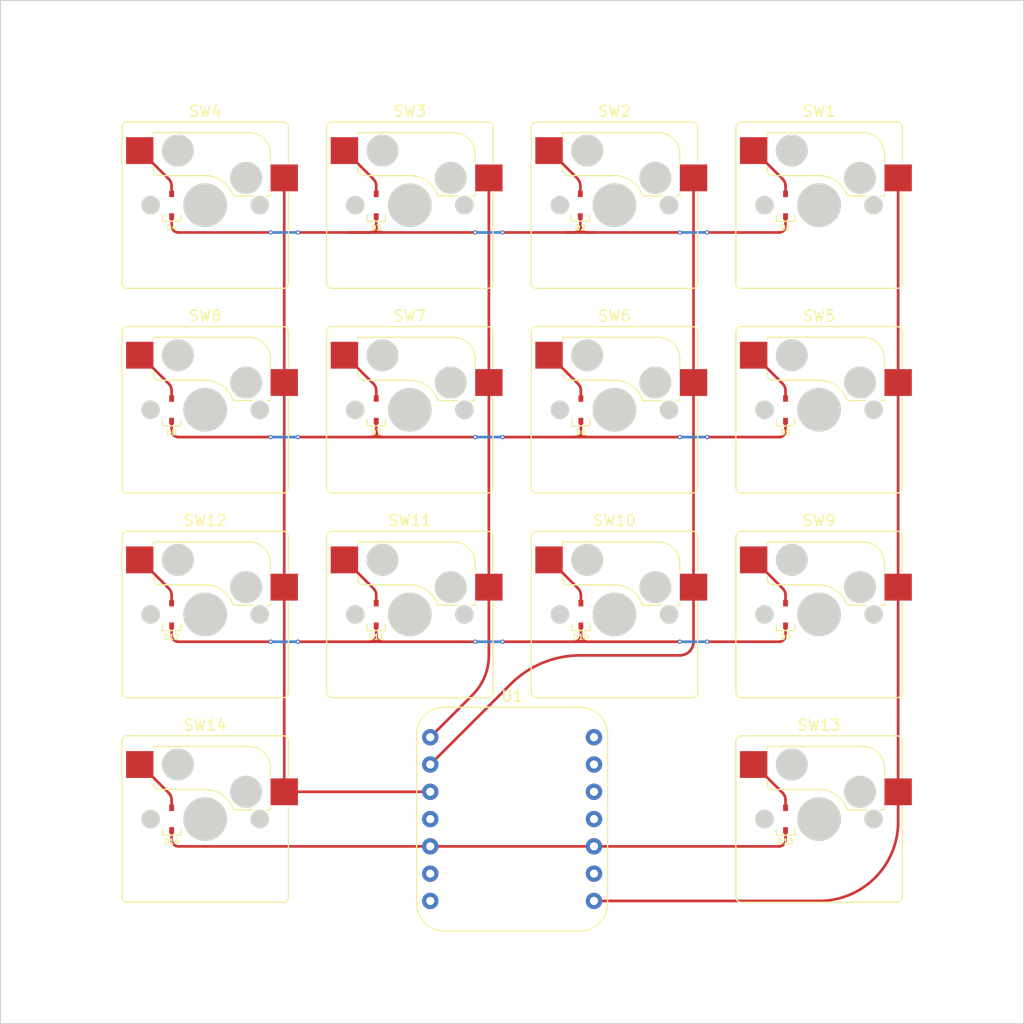
<source format=kicad_pcb>
(kicad_pcb (version 20211014) (generator pcbnew)
  (layers (0 "F.Cu" signal) (31 "B.Cu" signal) (34 "B.Paste" user) (35 "F.Paste" user) (36 "B.SilkS" user "B.Silkscreen") (37 "F.SilkS" user "F.Silkscreen") (38 "B.Mask" user) (39 "F.Mask" user) (44 "Edge.Cuts" user))
  (net 0 "")
  (net 1 "row0")
  (net 2 "row1")
  (net 3 "row2")
  (net 4 "row3")
  (net 5 "col0")
  (net 6 "col1")
  (net 7 "col2")
  (net 8 "col3")
  (net 9 "Net-(D1-Pad2)")
  (net 10 "Net-(D2-Pad2)")
  (net 11 "Net-(D3-Pad2)")
  (net 12 "Net-(D4-Pad2)")
  (net 13 "Net-(D5-Pad2)")
  (net 14 "Net-(D6-Pad2)")
  (net 15 "Net-(D7-Pad2)")
  (net 16 "Net-(D8-Pad2)")
  (net 17 "Net-(D9-Pad2)")
  (net 18 "Net-(D10-Pad2)")
  (net 19 "Net-(D11-Pad2)")
  (net 20 "Net-(D12-Pad2)")
  (net 21 "Net-(D13-Pad2)")
  (net 22 "Net-(D14-Pad2)")
  (footprint "Octave_Library:Adafruit_QT_Py_RP2040" (layer "F.Cu") (at 85.725 114.3)
    (fp_text reference "U1" (at 0 -11.43 unlocked) (layer "F.SilkS"))
    (fp_text value "Adafruit_QT_Py_RP2040")
    (pad "1" thru_hole circle (at -7.62 -7.62) (size 1.524 1.524) (drill 0.762) (layers *.Cu *.Mask) (net 7 "col2"))
    (pad "2" thru_hole circle (at -7.62 -5.08) (size 1.524 1.524) (drill 0.762) (layers *.Cu *.Mask) (net 6 "col1"))
    (pad "3" thru_hole circle (at -7.62 -2.54) (size 1.524 1.524) (drill 0.762) (layers *.Cu *.Mask) (net 8 "col3"))
    (pad "4" thru_hole circle (at -7.62 0) (size 1.524 1.524) (drill 0.762) (layers *.Cu *.Mask))
    (pad "5" thru_hole circle (at -7.62 2.54) (size 1.524 1.524) (drill 0.762) (layers *.Cu *.Mask))
    (pad "6" thru_hole circle (at -7.62 5.08) (size 1.524 1.524) (drill 0.762) (layers *.Cu *.Mask))
    (pad "7" thru_hole circle (at -7.62 7.62) (size 1.524 1.524) (drill 0.762) (layers *.Cu *.Mask))
    (pad "8" thru_hole circle (at 7.62 7.62) (size 1.524 1.524) (drill 0.762) (layers *.Cu *.Mask) (net 5 "col0"))
    (pad "9" thru_hole circle (at 7.62 5.08) (size 1.524 1.524) (drill 0.762) (layers *.Cu *.Mask) (net 3 "row2"))
    (pad "10" thru_hole circle (at 7.62 2.54) (size 1.524 1.524) (drill 0.762) (layers *.Cu *.Mask) (net 2 "row1"))
    (pad "11" thru_hole circle (at 7.62 0) (size 1.524 1.524) (drill 0.762) (layers *.Cu *.Mask) (net 1 "row0"))
    (pad "12" thru_hole circle (at 7.62 -2.54) (size 1.524 1.524) (drill 0.762) (layers *.Cu *.Mask))
    (pad "13" thru_hole circle (at 7.62 -5.08) (size 1.524 1.524) (drill 0.762) (layers *.Cu *.Mask))
    (pad "14" thru_hole circle (at 7.62 -7.62) (size 1.524 1.524) (drill 0.762) (layers *.Cu *.Mask))
  )
  (footprint "Octave_Library:Hot_Swap_Socket_CPG151101S11" (layer "F.Cu") (at 57.15 114.3)
    (fp_text reference "SW14" (at 0 -8.747 unlocked) (layer "F.SilkS"))
    (fp_text value "SW_Hot_Swap_Socket")
    (fp_circle (center 3.81 -2.54) (end 5.31 -2.54) (layer "Edge.Cuts") (width 0) (fill solid))
    (fp_circle (center 5.08 0) (end 5.9563 0) (layer "Edge.Cuts") (width 0) (fill solid))
    (fp_circle (center 0 0) (end 2.0447 0) (layer "Edge.Cuts") (width 0) (fill solid))
    (fp_circle (center -5.08 0) (end -4.2037 0) (layer "Edge.Cuts") (width 0) (fill solid))
    (fp_circle (center -2.54 -5.08) (end -1.04 -5.08) (layer "Edge.Cuts") (width 0) (fill solid))
    (pad "1" smd rect (at -6.09 -5.08) (size 2.55 2.5) (layers "F.Cu" "F.Paste" "F.Mask") (net 22 "Net-(D14-Pad2)"))
    (pad "2" smd rect (at 7.36 -2.54) (size 2.55 2.5) (layers "F.Cu" "F.Paste" "F.Mask") (net 8 "col3"))
  )
  (footprint "Octave_Library:Hot_Swap_Socket_CPG151101S11" (layer "F.Cu") (at 95.25 57.15)
    (fp_text reference "SW2" (at 0 -8.747 unlocked) (layer "F.SilkS"))
    (fp_text value "SW_Hot_Swap_Socket")
    (fp_circle (center 0 0) (end 2.0447 0) (layer "Edge.Cuts") (width 0) (fill solid))
    (fp_circle (center 3.81 -2.54) (end 5.31 -2.54) (layer "Edge.Cuts") (width 0) (fill solid))
    (fp_circle (center -2.54 -5.08) (end -1.04 -5.08) (layer "Edge.Cuts") (width 0) (fill solid))
    (fp_circle (center -5.08 0) (end -4.2037 0) (layer "Edge.Cuts") (width 0) (fill solid))
    (fp_circle (center 5.08 0) (end 5.9563 0) (layer "Edge.Cuts") (width 0) (fill solid))
    (pad "1" smd rect (at -6.09 -5.08) (size 2.55 2.5) (layers "F.Cu" "F.Paste" "F.Mask") (net 10 "Net-(D2-Pad2)"))
    (pad "2" smd rect (at 7.36 -2.54) (size 2.55 2.5) (layers "F.Cu" "F.Paste" "F.Mask") (net 6 "col1"))
  )
  (footprint "Octave_Library:D_SOD-323" (layer "F.Cu") (at 73.0758 57.15 90)
    (fp_text reference "D3" (at -2.1 0) (layer "F.SilkS") (effects (font (size 0.5 0.5) (thickness 0.1))))
    (fp_text value "1N4148WS")
    (pad "1" smd rect (at -1.05 0 90) (size 0.6 0.45) (layers "F.Cu" "F.Paste" "F.Mask") (net 1 "row0"))
    (pad "2" smd rect (at 1.05 0 90) (size 0.6 0.45) (layers "F.Cu" "F.Paste" "F.Mask") (net 11 "Net-(D3-Pad2)"))
  )
  (footprint "Octave_Library:D_SOD-323" (layer "F.Cu") (at 54.0258 114.3 90)
    (fp_text reference "D14" (at -2.1 0) (layer "F.SilkS") (effects (font (size 0.5 0.5) (thickness 0.1))))
    (fp_text value "1N4148WS")
    (pad "1" smd rect (at -1.05 0 90) (size 0.6 0.45) (layers "F.Cu" "F.Paste" "F.Mask") (net 4 "row3"))
    (pad "2" smd rect (at 1.05 0 90) (size 0.6 0.45) (layers "F.Cu" "F.Paste" "F.Mask") (net 22 "Net-(D14-Pad2)"))
  )
  (footprint "Octave_Library:Hot_Swap_Socket_CPG151101S11" (layer "F.Cu") (at 95.25 95.25)
    (fp_text reference "SW10" (at 0 -8.747 unlocked) (layer "F.SilkS"))
    (fp_text value "SW_Hot_Swap_Socket")
    (fp_circle (center 5.08 0) (end 5.9563 0) (layer "Edge.Cuts") (width 0) (fill solid))
    (fp_circle (center 3.81 -2.54) (end 5.31 -2.54) (layer "Edge.Cuts") (width 0) (fill solid))
    (fp_circle (center 0 0) (end 2.0447 0) (layer "Edge.Cuts") (width 0) (fill solid))
    (fp_circle (center -2.54 -5.08) (end -1.04 -5.08) (layer "Edge.Cuts") (width 0) (fill solid))
    (fp_circle (center -5.08 0) (end -4.2037 0) (layer "Edge.Cuts") (width 0) (fill solid))
    (pad "1" smd rect (at -6.09 -5.08) (size 2.55 2.5) (layers "F.Cu" "F.Paste" "F.Mask") (net 18 "Net-(D10-Pad2)"))
    (pad "2" smd rect (at 7.36 -2.54) (size 2.55 2.5) (layers "F.Cu" "F.Paste" "F.Mask") (net 6 "col1"))
  )
  (footprint "Octave_Library:D_SOD-323" (layer "F.Cu") (at 111.1758 114.3 90)
    (fp_text reference "D13" (at -2.1 0) (layer "F.SilkS") (effects (font (size 0.5 0.5) (thickness 0.1))))
    (fp_text value "1N4148WS")
    (pad "1" smd rect (at -1.05 0 90) (size 0.6 0.45) (layers "F.Cu" "F.Paste" "F.Mask") (net 4 "row3"))
    (pad "2" smd rect (at 1.05 0 90) (size 0.6 0.45) (layers "F.Cu" "F.Paste" "F.Mask") (net 21 "Net-(D13-Pad2)"))
  )
  (footprint "Octave_Library:Hot_Swap_Socket_CPG151101S11" (layer "F.Cu") (at 57.15 76.2)
    (fp_text reference "SW8" (at 0 -8.747 unlocked) (layer "F.SilkS"))
    (fp_text value "SW_Hot_Swap_Socket")
    (fp_circle (center -2.54 -5.08) (end -1.04 -5.08) (layer "Edge.Cuts") (width 0) (fill solid))
    (fp_circle (center 3.81 -2.54) (end 5.31 -2.54) (layer "Edge.Cuts") (width 0) (fill solid))
    (fp_circle (center 0 0) (end 2.0447 0) (layer "Edge.Cuts") (width 0) (fill solid))
    (fp_circle (center -5.08 0) (end -4.2037 0) (layer "Edge.Cuts") (width 0) (fill solid))
    (fp_circle (center 5.08 0) (end 5.9563 0) (layer "Edge.Cuts") (width 0) (fill solid))
    (pad "1" smd rect (at -6.09 -5.08) (size 2.55 2.5) (layers "F.Cu" "F.Paste" "F.Mask") (net 16 "Net-(D8-Pad2)"))
    (pad "2" smd rect (at 7.36 -2.54) (size 2.55 2.5) (layers "F.Cu" "F.Paste" "F.Mask") (net 8 "col3"))
  )
  (footprint "Octave_Library:D_SOD-323" (layer "F.Cu") (at 54.0258 57.15 90)
    (fp_text reference "D4" (at -2.1 0) (layer "F.SilkS") (effects (font (size 0.5 0.5) (thickness 0.1))))
    (fp_text value "1N4148WS")
    (pad "1" smd rect (at -1.05 0 90) (size 0.6 0.45) (layers "F.Cu" "F.Paste" "F.Mask") (net 1 "row0"))
    (pad "2" smd rect (at 1.05 0 90) (size 0.6 0.45) (layers "F.Cu" "F.Paste" "F.Mask") (net 12 "Net-(D4-Pad2)"))
  )
  (footprint "Octave_Library:Hot_Swap_Socket_CPG151101S11" (layer "F.Cu") (at 57.15 57.15)
    (fp_text reference "SW4" (at 0 -8.747 unlocked) (layer "F.SilkS"))
    (fp_text value "SW_Hot_Swap_Socket")
    (fp_circle (center 0 0) (end 2.0447 0) (layer "Edge.Cuts") (width 0) (fill solid))
    (fp_circle (center 5.08 0) (end 5.9563 0) (layer "Edge.Cuts") (width 0) (fill solid))
    (fp_circle (center -5.08 0) (end -4.2037 0) (layer "Edge.Cuts") (width 0) (fill solid))
    (fp_circle (center -2.54 -5.08) (end -1.04 -5.08) (layer "Edge.Cuts") (width 0) (fill solid))
    (fp_circle (center 3.81 -2.54) (end 5.31 -2.54) (layer "Edge.Cuts") (width 0) (fill solid))
    (pad "1" smd rect (at -6.09 -5.08) (size 2.55 2.5) (layers "F.Cu" "F.Paste" "F.Mask") (net 12 "Net-(D4-Pad2)"))
    (pad "2" smd rect (at 7.36 -2.54) (size 2.55 2.5) (layers "F.Cu" "F.Paste" "F.Mask") (net 8 "col3"))
  )
  (footprint "Octave_Library:Hot_Swap_Socket_CPG151101S11" (layer "F.Cu") (at 114.3 114.3)
    (fp_text reference "SW13" (at 0 -8.747 unlocked) (layer "F.SilkS"))
    (fp_text value "SW_Hot_Swap_Socket")
    (fp_circle (center 3.81 -2.54) (end 5.31 -2.54) (layer "Edge.Cuts") (width 0) (fill solid))
    (fp_circle (center -2.54 -5.08) (end -1.04 -5.08) (layer "Edge.Cuts") (width 0) (fill solid))
    (fp_circle (center 0 0) (end 2.0447 0) (layer "Edge.Cuts") (width 0) (fill solid))
    (fp_circle (center 5.08 0) (end 5.9563 0) (layer "Edge.Cuts") (width 0) (fill solid))
    (fp_circle (center -5.08 0) (end -4.2037 0) (layer "Edge.Cuts") (width 0) (fill solid))
    (pad "1" smd rect (at -6.09 -5.08) (size 2.55 2.5) (layers "F.Cu" "F.Paste" "F.Mask") (net 21 "Net-(D13-Pad2)"))
    (pad "2" smd rect (at 7.36 -2.54) (size 2.55 2.5) (layers "F.Cu" "F.Paste" "F.Mask") (net 5 "col0"))
  )
  (footprint "Octave_Library:Hot_Swap_Socket_CPG151101S11" (layer "F.Cu") (at 76.2 95.25)
    (fp_text reference "SW11" (at 0 -8.747 unlocked) (layer "F.SilkS"))
    (fp_text value "SW_Hot_Swap_Socket")
    (fp_circle (center 3.81 -2.54) (end 5.31 -2.54) (layer "Edge.Cuts") (width 0) (fill solid))
    (fp_circle (center -2.54 -5.08) (end -1.04 -5.08) (layer "Edge.Cuts") (width 0) (fill solid))
    (fp_circle (center -5.08 0) (end -4.2037 0) (layer "Edge.Cuts") (width 0) (fill solid))
    (fp_circle (center 5.08 0) (end 5.9563 0) (layer "Edge.Cuts") (width 0) (fill solid))
    (fp_circle (center 0 0) (end 2.0447 0) (layer "Edge.Cuts") (width 0) (fill solid))
    (pad "1" smd rect (at -6.09 -5.08) (size 2.55 2.5) (layers "F.Cu" "F.Paste" "F.Mask") (net 19 "Net-(D11-Pad2)"))
    (pad "2" smd rect (at 7.36 -2.54) (size 2.55 2.5) (layers "F.Cu" "F.Paste" "F.Mask") (net 7 "col2"))
  )
  (footprint "Octave_Library:D_SOD-323" (layer "F.Cu") (at 111.1758 57.15 90)
    (fp_text reference "D1" (at -2.1 0) (layer "F.SilkS") (effects (font (size 0.5 0.5) (thickness 0.1))))
    (fp_text value "1N4148WS")
    (pad "1" smd rect (at -1.05 0 90) (size 0.6 0.45) (layers "F.Cu" "F.Paste" "F.Mask") (net 1 "row0"))
    (pad "2" smd rect (at 1.05 0 90) (size 0.6 0.45) (layers "F.Cu" "F.Paste" "F.Mask") (net 9 "Net-(D1-Pad2)"))
  )
  (footprint "Octave_Library:D_SOD-323" (layer "F.Cu") (at 73.0758 76.2 90)
    (fp_text reference "D7" (at -2.1 0) (layer "F.SilkS") (effects (font (size 0.5 0.5) (thickness 0.1))))
    (fp_text value "1N4148WS")
    (pad "1" smd rect (at -1.05 0 90) (size 0.6 0.45) (layers "F.Cu" "F.Paste" "F.Mask") (net 2 "row1"))
    (pad "2" smd rect (at 1.05 0 90) (size 0.6 0.45) (layers "F.Cu" "F.Paste" "F.Mask") (net 15 "Net-(D7-Pad2)"))
  )
  (footprint "Octave_Library:Hot_Swap_Socket_CPG151101S11" (layer "F.Cu") (at 114.3 57.15)
    (fp_text reference "SW1" (at 0 -8.747 unlocked) (layer "F.SilkS"))
    (fp_text value "SW_Hot_Swap_Socket")
    (fp_circle (center -5.08 0) (end -4.2037 0) (layer "Edge.Cuts") (width 0) (fill solid))
    (fp_circle (center -2.54 -5.08) (end -1.04 -5.08) (layer "Edge.Cuts") (width 0) (fill solid))
    (fp_circle (center 5.08 0) (end 5.9563 0) (layer "Edge.Cuts") (width 0) (fill solid))
    (fp_circle (center 0 0) (end 2.0447 0) (layer "Edge.Cuts") (width 0) (fill solid))
    (fp_circle (center 3.81 -2.54) (end 5.31 -2.54) (layer "Edge.Cuts") (width 0) (fill solid))
    (pad "1" smd rect (at -6.09 -5.08) (size 2.55 2.5) (layers "F.Cu" "F.Paste" "F.Mask") (net 9 "Net-(D1-Pad2)"))
    (pad "2" smd rect (at 7.36 -2.54) (size 2.55 2.5) (layers "F.Cu" "F.Paste" "F.Mask") (net 5 "col0"))
  )
  (footprint "Octave_Library:Hot_Swap_Socket_CPG151101S11" (layer "F.Cu") (at 76.2 57.15)
    (fp_text reference "SW3" (at 0 -8.747 unlocked) (layer "F.SilkS"))
    (fp_text value "SW_Hot_Swap_Socket")
    (fp_circle (center 3.81 -2.54) (end 5.31 -2.54) (layer "Edge.Cuts") (width 0) (fill solid))
    (fp_circle (center 0 0) (end 2.0447 0) (layer "Edge.Cuts") (width 0) (fill solid))
    (fp_circle (center -5.08 0) (end -4.2037 0) (layer "Edge.Cuts") (width 0) (fill solid))
    (fp_circle (center 5.08 0) (end 5.9563 0) (layer "Edge.Cuts") (width 0) (fill solid))
    (fp_circle (center -2.54 -5.08) (end -1.04 -5.08) (layer "Edge.Cuts") (width 0) (fill solid))
    (pad "1" smd rect (at -6.09 -5.08) (size 2.55 2.5) (layers "F.Cu" "F.Paste" "F.Mask") (net 11 "Net-(D3-Pad2)"))
    (pad "2" smd rect (at 7.36 -2.54) (size 2.55 2.5) (layers "F.Cu" "F.Paste" "F.Mask") (net 7 "col2"))
  )
  (footprint "Octave_Library:Hot_Swap_Socket_CPG151101S11" (layer "F.Cu") (at 114.3 76.2)
    (fp_text reference "SW5" (at 0 -8.747 unlocked) (layer "F.SilkS"))
    (fp_text value "SW_Hot_Swap_Socket")
    (fp_circle (center -5.08 0) (end -4.2037 0) (layer "Edge.Cuts") (width 0) (fill solid))
    (fp_circle (center 5.08 0) (end 5.9563 0) (layer "Edge.Cuts") (width 0) (fill solid))
    (fp_circle (center 3.81 -2.54) (end 5.31 -2.54) (layer "Edge.Cuts") (width 0) (fill solid))
    (fp_circle (center 0 0) (end 2.0447 0) (layer "Edge.Cuts") (width 0) (fill solid))
    (fp_circle (center -2.54 -5.08) (end -1.04 -5.08) (layer "Edge.Cuts") (width 0) (fill solid))
    (pad "1" smd rect (at -6.09 -5.08) (size 2.55 2.5) (layers "F.Cu" "F.Paste" "F.Mask") (net 13 "Net-(D5-Pad2)"))
    (pad "2" smd rect (at 7.36 -2.54) (size 2.55 2.5) (layers "F.Cu" "F.Paste" "F.Mask") (net 5 "col0"))
  )
  (footprint "Octave_Library:Hot_Swap_Socket_CPG151101S11" (layer "F.Cu") (at 95.25 76.2)
    (fp_text reference "SW6" (at 0 -8.747 unlocked) (layer "F.SilkS"))
    (fp_text value "SW_Hot_Swap_Socket")
    (fp_circle (center -5.08 0) (end -4.2037 0) (layer "Edge.Cuts") (width 0) (fill solid))
    (fp_circle (center 0 0) (end 2.0447 0) (layer "Edge.Cuts") (width 0) (fill solid))
    (fp_circle (center -2.54 -5.08) (end -1.04 -5.08) (layer "Edge.Cuts") (width 0) (fill solid))
    (fp_circle (center 5.08 0) (end 5.9563 0) (layer "Edge.Cuts") (width 0) (fill solid))
    (fp_circle (center 3.81 -2.54) (end 5.31 -2.54) (layer "Edge.Cuts") (width 0) (fill solid))
    (pad "1" smd rect (at -6.09 -5.08) (size 2.55 2.5) (layers "F.Cu" "F.Paste" "F.Mask") (net 14 "Net-(D6-Pad2)"))
    (pad "2" smd rect (at 7.36 -2.54) (size 2.55 2.5) (layers "F.Cu" "F.Paste" "F.Mask") (net 6 "col1"))
  )
  (footprint "Octave_Library:D_SOD-323" (layer "F.Cu") (at 111.1758 76.2 90)
    (fp_text reference "D5" (at -2.1 0) (layer "F.SilkS") (effects (font (size 0.5 0.5) (thickness 0.1))))
    (fp_text value "1N4148WS")
    (pad "1" smd rect (at -1.05 0 90) (size 0.6 0.45) (layers "F.Cu" "F.Paste" "F.Mask") (net 2 "row1"))
    (pad "2" smd rect (at 1.05 0 90) (size 0.6 0.45) (layers "F.Cu" "F.Paste" "F.Mask") (net 13 "Net-(D5-Pad2)"))
  )
  (footprint "Octave_Library:D_SOD-323" (layer "F.Cu") (at 54.0258 76.2 90)
    (fp_text reference "D8" (at -2.1 0) (layer "F.SilkS") (effects (font (size 0.5 0.5) (thickness 0.1))))
    (fp_text value "1N4148WS")
    (pad "1" smd rect (at -1.05 0 90) (size 0.6 0.45) (layers "F.Cu" "F.Paste" "F.Mask") (net 2 "row1"))
    (pad "2" smd rect (at 1.05 0 90) (size 0.6 0.45) (layers "F.Cu" "F.Paste" "F.Mask") (net 16 "Net-(D8-Pad2)"))
  )
  (footprint "Octave_Library:D_SOD-323" (layer "F.Cu") (at 92.1258 76.2 90)
    (fp_text reference "D6" (at -2.1 0) (layer "F.SilkS") (effects (font (size 0.5 0.5) (thickness 0.1))))
    (fp_text value "1N4148WS")
    (pad "1" smd rect (at -1.05 0 90) (size 0.6 0.45) (layers "F.Cu" "F.Paste" "F.Mask") (net 2 "row1"))
    (pad "2" smd rect (at 1.05 0 90) (size 0.6 0.45) (layers "F.Cu" "F.Paste" "F.Mask") (net 14 "Net-(D6-Pad2)"))
  )
  (footprint "Octave_Library:D_SOD-323" (layer "F.Cu") (at 73.0758 95.25 90)
    (fp_text reference "D11" (at -2.1 0) (layer "F.SilkS") (effects (font (size 0.5 0.5) (thickness 0.1))))
    (fp_text value "1N4148WS")
    (pad "1" smd rect (at -1.05 0 90) (size 0.6 0.45) (layers "F.Cu" "F.Paste" "F.Mask") (net 3 "row2"))
    (pad "2" smd rect (at 1.05 0 90) (size 0.6 0.45) (layers "F.Cu" "F.Paste" "F.Mask") (net 19 "Net-(D11-Pad2)"))
  )
  (footprint "Octave_Library:D_SOD-323" (layer "F.Cu") (at 54.0258 95.25 90)
    (fp_text reference "D12" (at -2.1 0) (layer "F.SilkS") (effects (font (size 0.5 0.5) (thickness 0.1))))
    (fp_text value "1N4148WS")
    (pad "1" smd rect (at -1.05 0 90) (size 0.6 0.45) (layers "F.Cu" "F.Paste" "F.Mask") (net 3 "row2"))
    (pad "2" smd rect (at 1.05 0 90) (size 0.6 0.45) (layers "F.Cu" "F.Paste" "F.Mask") (net 20 "Net-(D12-Pad2)"))
  )
  (footprint "Octave_Library:Hot_Swap_Socket_CPG151101S11" (layer "F.Cu") (at 76.2 76.2)
    (fp_text reference "SW7" (at 0 -8.747 unlocked) (layer "F.SilkS"))
    (fp_text value "SW_Hot_Swap_Socket")
    (fp_circle (center -2.54 -5.08) (end -1.04 -5.08) (layer "Edge.Cuts") (width 0) (fill solid))
    (fp_circle (center 0 0) (end 2.0447 0) (layer "Edge.Cuts") (width 0) (fill solid))
    (fp_circle (center 3.81 -2.54) (end 5.31 -2.54) (layer "Edge.Cuts") (width 0) (fill solid))
    (fp_circle (center -5.08 0) (end -4.2037 0) (layer "Edge.Cuts") (width 0) (fill solid))
    (fp_circle (center 5.08 0) (end 5.9563 0) (layer "Edge.Cuts") (width 0) (fill solid))
    (pad "1" smd rect (at -6.09 -5.08) (size 2.55 2.5) (layers "F.Cu" "F.Paste" "F.Mask") (net 15 "Net-(D7-Pad2)"))
    (pad "2" smd rect (at 7.36 -2.54) (size 2.55 2.5) (layers "F.Cu" "F.Paste" "F.Mask") (net 7 "col2"))
  )
  (footprint "Octave_Library:Hot_Swap_Socket_CPG151101S11" (layer "F.Cu") (at 114.3 95.25)
    (fp_text reference "SW9" (at 0 -8.747 unlocked) (layer "F.SilkS"))
    (fp_text value "SW_Hot_Swap_Socket")
    (fp_circle (center 5.08 0) (end 5.9563 0) (layer "Edge.Cuts") (width 0) (fill solid))
    (fp_circle (center -2.54 -5.08) (end -1.04 -5.08) (layer "Edge.Cuts") (width 0) (fill solid))
    (fp_circle (center 0 0) (end 2.0447 0) (layer "Edge.Cuts") (width 0) (fill solid))
    (fp_circle (center -5.08 0) (end -4.2037 0) (layer "Edge.Cuts") (width 0) (fill solid))
    (fp_circle (center 3.81 -2.54) (end 5.31 -2.54) (layer "Edge.Cuts") (width 0) (fill solid))
    (pad "1" smd rect (at -6.09 -5.08) (size 2.55 2.5) (layers "F.Cu" "F.Paste" "F.Mask") (net 17 "Net-(D9-Pad2)"))
    (pad "2" smd rect (at 7.36 -2.54) (size 2.55 2.5) (layers "F.Cu" "F.Paste" "F.Mask") (net 5 "col0"))
  )
  (footprint "Octave_Library:Hot_Swap_Socket_CPG151101S11" (layer "F.Cu") (at 57.15 95.25)
    (fp_text reference "SW12" (at 0 -8.747 unlocked) (layer "F.SilkS"))
    (fp_text value "SW_Hot_Swap_Socket")
    (fp_circle (center -2.54 -5.08) (end -1.04 -5.08) (layer "Edge.Cuts") (width 0) (fill solid))
    (fp_circle (center 5.08 0) (end 5.9563 0) (layer "Edge.Cuts") (width 0) (fill solid))
    (fp_circle (center -5.08 0) (end -4.2037 0) (layer "Edge.Cuts") (width 0) (fill solid))
    (fp_circle (center 3.81 -2.54) (end 5.31 -2.54) (layer "Edge.Cuts") (width 0) (fill solid))
    (fp_circle (center 0 0) (end 2.0447 0) (layer "Edge.Cuts") (width 0) (fill solid))
    (pad "1" smd rect (at -6.09 -5.08) (size 2.55 2.5) (layers "F.Cu" "F.Paste" "F.Mask") (net 20 "Net-(D12-Pad2)"))
    (pad "2" smd rect (at 7.36 -2.54) (size 2.55 2.5) (layers "F.Cu" "F.Paste" "F.Mask") (net 8 "col3"))
  )
  (footprint "Octave_Library:D_SOD-323" (layer "F.Cu") (at 92.075 57.15 90)
    (fp_text reference "D2" (at -2.1 0) (layer "F.SilkS") (effects (font (size 0.5 0.5) (thickness 0.1))))
    (fp_text value "1N4148WS")
    (pad "1" smd rect (at -1.05 0 90) (size 0.6 0.45) (layers "F.Cu" "F.Paste" "F.Mask") (net 1 "row0"))
    (pad "2" smd rect (at 1.05 0 90) (size 0.6 0.45) (layers "F.Cu" "F.Paste" "F.Mask") (net 10 "Net-(D2-Pad2)"))
  )
  (footprint "Octave_Library:D_SOD-323" (layer "F.Cu") (at 111.1758 95.25 90)
    (fp_text reference "D9" (at -2.1 0) (layer "F.SilkS") (effects (font (size 0.5 0.5) (thickness 0.1))))
    (fp_text value "1N4148WS")
    (pad "1" smd rect (at -1.05 0 90) (size 0.6 0.45) (layers "F.Cu" "F.Paste" "F.Mask") (net 3 "row2"))
    (pad "2" smd rect (at 1.05 0 90) (size 0.6 0.45) (layers "F.Cu" "F.Paste" "F.Mask") (net 17 "Net-(D9-Pad2)"))
  )
  (footprint "Octave_Library:D_SOD-323" (layer "F.Cu") (at 92.1258 95.25 90)
    (fp_text reference "D10" (at -2.1 0) (layer "F.SilkS") (effects (font (size 0.5 0.5) (thickness 0.1))))
    (fp_text value "1N4148WS")
    (pad "1" smd rect (at -1.05 0 90) (size 0.6 0.45) (layers "F.Cu" "F.Paste" "F.Mask") (net 3 "row2"))
    (pad "2" smd rect (at 1.05 0 90) (size 0.6 0.45) (layers "F.Cu" "F.Paste" "F.Mask") (net 18 "Net-(D10-Pad2)"))
  )
  (gr_rect (start 38.1 133.35) (end 133.35 38.1) (layer "Edge.Cuts") (width 0.1) (fill none))
  (segment (start 73.0758 59.1058) (end 73.0758 59.6392) (width 0.25) (layer "F.Cu") (net 1))
  (segment (start 73.025 59.69) (end 73.66 59.69) (width 0.25) (layer "F.Cu") (net 1))
  (segment (start 65.78 59.69) (end 70.485 59.69) (width 0.25) (layer "F.Cu") (net 1))
  (segment (start 92.71 59.69) (end 93.345 59.69) (width 0.25) (layer "F.Cu") (net 1))
  (segment (start 84.83 59.69) (end 90.805 59.69) (width 0.25) (layer "F.Cu") (net 1))
  (segment (start 91.44 59.69) (end 90.805 59.69) (width 0.25) (layer "F.Cu") (net 1))
  (segment (start 72.4408 59.69) (end 70.485 59.69) (width 0.25) (layer "F.Cu") (net 1))
  (segment (start 92.075 58.2) (end 92.075 59.055) (width 0.25) (layer "F.Cu") (net 1))
  (segment (start 111.1758 58.2) (end 111.1758 59.1058) (width 0.25) (layer "F.Cu") (net 1))
  (segment (start 54.0258 58.2) (end 54.0258 59.055) (width 0.25) (layer "F.Cu") (net 1))
  (segment (start 90.805 59.69) (end 92.075 59.69) (width 0.25) (layer "F.Cu") (net 1))
  (segment (start 72.39 59.69) (end 73.025 59.69) (width 0.25) (layer "F.Cu") (net 1))
  (segment (start 54.6608 59.69) (end 63.24 59.69) (width 0.25) (layer "F.Cu") (net 1))
  (segment (start 101.34 59.69) (end 93.345 59.69) (width 0.25) (layer "F.Cu") (net 1))
  (segment (start 92.075 59.055) (end 92.075 59.69) (width 0.25) (layer "F.Cu") (net 1))
  (segment (start 110.49 59.69) (end 103.88 59.69) (width 0.25) (layer "F.Cu") (net 1))
  (segment (start 73.0758 58.2) (end 73.0758 59.1058) (width 0.25) (layer "F.Cu") (net 1))
  (segment (start 73.0758 59.6392) (end 73.025 59.69) (width 0.25) (layer "F.Cu") (net 1))
  (segment (start 82.29 59.69) (end 73.66 59.69) (width 0.25) (layer "F.Cu") (net 1))
  (segment (start 92.075 59.69) (end 93.345 59.69) (width 0.25) (layer "F.Cu") (net 1))
  (segment (start 70.485 59.69) (end 72.39 59.69) (width 0.25) (layer "F.Cu") (net 1))
  (segment (start 72.4916 59.69) (end 72.39 59.69) (width 0.25) (layer "F.Cu") (net 1))
  (segment (start 110.5916 59.69) (end 110.49 59.69) (width 0.25) (layer "F.Cu") (net 1))
  (via (at 65.78 59.69) (size 0.4) (drill 0.2) (layers "F.Cu" "B.Cu") (net 1))
  (via (at 82.29 59.69) (size 0.4) (drill 0.2) (layers "F.Cu" "B.Cu") (net 1))
  (via (at 103.88 59.69) (size 0.4) (drill 0.2) (layers "F.Cu" "B.Cu") (net 1))
  (via (at 84.83 59.69) (size 0.4) (drill 0.2) (layers "F.Cu" "B.Cu") (net 1))
  (via (at 63.24 59.69) (size 0.4) (drill 0.2) (layers "F.Cu" "B.Cu") (net 1))
  (via (at 101.34 59.69) (size 0.4) (drill 0.2) (layers "F.Cu" "B.Cu") (net 1))
  (arc (start 92.075 59.055) (mid 91.889013 59.504013) (end 91.44 59.69) (width 0.25) (layer "F.Cu") (net 1))
  (arc (start 54.0258 59.055) (mid 54.211787 59.504013) (end 54.6608 59.69) (width 0.25) (layer "F.Cu") (net 1))
  (arc (start 92.075 59.055) (mid 92.260987 59.504013) (end 92.71 59.69) (width 0.25) (layer "F.Cu") (net 1))
  (arc (start 73.0758 59.1058) (mid 73.246908 59.518892) (end 73.66 59.69) (width 0.25) (layer "F.Cu") (net 1))
  (arc (start 111.1758 59.1058) (mid 111.004692 59.518892) (end 110.5916 59.69) (width 0.25) (layer "F.Cu") (net 1))
  (arc (start 73.0758 59.1058) (mid 72.904692 59.518892) (end 72.4916 59.69) (width 0.25) (layer "F.Cu") (net 1))
  (segment (start 84.83 59.69) (end 82.29 59.69) (width 0.25) (layer "B.Cu") (net 1))
  (segment (start 65.78 59.69) (end 63.24 59.69) (width 0.25) (layer "B.Cu") (net 1))
  (segment (start 103.88 59.69) (end 101.34 59.69) (width 0.25) (layer "B.Cu") (net 1))
  (segment (start 54.0258 77.25) (end 54.0258 78.105) (width 0.25) (layer "F.Cu") (net 2))
  (segment (start 92.1258 77.25) (end 92.1258 78.1558) (width 0.25) (layer "F.Cu") (net 2))
  (segment (start 72.4916 78.74) (end 72.39 78.74) (width 0.25) (layer "F.Cu") (net 2))
  (segment (start 91.5416 78.74) (end 91.44 78.74) (width 0.25) (layer "F.Cu") (net 2))
  (segment (start 54.6608 78.74) (end 63.24 78.74) (width 0.25) (layer "F.Cu") (net 2))
  (segment (start 82.29 78.74) (end 73.66 78.74) (width 0.25) (layer "F.Cu") (net 2))
  (segment (start 73.0758 78.1558) (end 73.0758 78.6892) (width 0.25) (layer "F.Cu") (net 2))
  (segment (start 110.5916 78.74) (end 110.49 78.74) (width 0.25) (layer "F.Cu") (net 2))
  (segment (start 73.0758 77.25) (end 73.0758 78.1558) (width 0.25) (layer "F.Cu") (net 2))
  (segment (start 84.83 78.74) (end 91.44 78.74) (width 0.25) (layer "F.Cu") (net 2))
  (segment (start 73.025 78.74) (end 73.66 78.74) (width 0.25) (layer "F.Cu") (net 2))
  (segment (start 91.44 78.74) (end 92.71 78.74) (width 0.25) (layer "F.Cu") (net 2))
  (segment (start 72.39 78.74) (end 73.025 78.74) (width 0.25) (layer "F.Cu") (net 2))
  (segment (start 101.34 78.74) (end 92.71 78.74) (width 0.25) (layer "F.Cu") (net 2))
  (segment (start 65.78 78.74) (end 72.39 78.74) (width 0.25) (layer "F.Cu") (net 2))
  (segment (start 92.1258 78.1558) (end 92.1258 78.6892) (width 0.25) (layer "F.Cu") (net 2))
  (segment (start 103.88 78.74) (end 110.49 78.74) (width 0.25) (layer "F.Cu") (net 2))
  (segment (start 111.1758 77.25) (end 111.1758 78.1558) (width 0.25) (layer "F.Cu") (net 2))
  (via (at 63.24 78.74) (size 0.4) (drill 0.2) (layers "F.Cu" "B.Cu") (net 2))
  (via (at 82.29 78.74) (size 0.4) (drill 0.2) (layers "F.Cu" "B.Cu") (net 2))
  (via (at 65.78 78.74) (size 0.4) (drill 0.2) (layers "F.Cu" "B.Cu") (net 2))
  (via (at 103.88 78.74) (size 0.4) (drill 0.2) (layers "F.Cu" "B.Cu") (net 2))
  (via (at 84.83 78.74) (size 0.4) (drill 0.2) (layers "F.Cu" "B.Cu") (net 2))
  (via (at 101.34 78.74) (size 0.4) (drill 0.2) (layers "F.Cu" "B.Cu") (net 2))
  (arc (start 92.1258 78.1558) (mid 92.296908 78.568892) (end 92.71 78.74) (width 0.25) (layer "F.Cu") (net 2))
  (arc (start 54.0258 78.105) (mid 54.211787 78.554013) (end 54.6608 78.74) (width 0.25) (layer "F.Cu") (net 2))
  (arc (start 73.0758 78.1558) (mid 72.904692 78.568892) (end 72.4916 78.74) (width 0.25) (layer "F.Cu") (net 2))
  (arc (start 111.1758 78.1558) (mid 111.004692 78.568892) (end 110.5916 78.74) (width 0.25) (layer "F.Cu") (net 2))
  (arc (start 92.1258 78.6892) (mid 92.110921 78.725121) (end 92.075 78.74) (width 0.25) (layer "F.Cu") (net 2))
  (arc (start 73.0758 78.6892) (mid 73.060921 78.725121) (end 73.025 78.74) (width 0.25) (layer "F.Cu") (net 2))
  (arc (start 92.1258 78.1558) (mid 91.954692 78.568892) (end 91.5416 78.74) (width 0.25) (layer "F.Cu") (net 2))
  (arc (start 73.0758 78.1558) (mid 73.246908 78.568892) (end 73.66 78.74) (width 0.25) (layer "F.Cu") (net 2))
  (segment (start 65.78 78.74) (end 63.24 78.74) (width 0.25) (layer "B.Cu") (net 2))
  (segment (start 84.83 78.74) (end 82.29 78.74) (width 0.25) (layer "B.Cu") (net 2))
  (segment (start 103.88 78.74) (end 101.34 78.74) (width 0.25) (layer "B.Cu") (net 2))
  (segment (start 92.71 97.79) (end 101.34 97.79) (width 0.25) (layer "F.Cu") (net 3))
  (segment (start 103.88 97.79) (end 110.5916 97.79) (width 0.25) (layer "F.Cu") (net 3))
  (segment (start 91.44 97.79) (end 92.075 97.79) (width 0.25) (layer "F.Cu") (net 3))
  (segment (start 92.1258 97.2058) (end 92.1258 97.7392) (width 0.25) (layer "F.Cu") (net 3))
  (segment (start 63.24 97.79) (end 54.6608 97.79) (width 0.25) (layer "F.Cu") (net 3))
  (segment (start 84.83 97.79) (end 91.44 97.79) (width 0.25) (layer "F.Cu") (net 3))
  (segment (start 73.025 97.79) (end 73.66 97.79) (width 0.25) (layer "F.Cu") (net 3))
  (segment (start 73.0758 97.2058) (end 73.0758 97.7392) (width 0.25) (layer "F.Cu") (net 3))
  (segment (start 91.5416 97.79) (end 91.44 97.79) (width 0.25) (layer "F.Cu") (net 3))
  (segment (start 73.66 97.79) (end 82.29 97.79) (width 0.25) (layer "F.Cu") (net 3))
  (segment (start 72.4916 97.79) (end 72.39 97.79) (width 0.25) (layer "F.Cu") (net 3))
  (segment (start 54.0258 97.155) (end 54.0258 96.3) (width 0.25) (layer "F.Cu") (net 3))
  (segment (start 65.78 97.79) (end 72.4916 97.79) (width 0.25) (layer "F.Cu") (net 3))
  (segment (start 111.1758 96.3) (end 111.1758 97.2058) (width 0.25) (layer "F.Cu") (net 3))
  (segment (start 73.0758 96.3) (end 73.0758 97.2058) (width 0.25) (layer "F.Cu") (net 3))
  (segment (start 92.1258 96.3) (end 92.1258 97.2058) (width 0.25) (layer "F.Cu") (net 3))
  (segment (start 72.39 97.79) (end 73.025 97.79) (width 0.25) (layer "F.Cu") (net 3))
  (segment (start 92.075 97.79) (end 92.71 97.79) (width 0.25) (layer "F.Cu") (net 3))
  (via (at 82.29 97.79) (size 0.4) (drill 0.2) (layers "F.Cu" "B.Cu") (net 3))
  (via (at 65.78 97.79) (size 0.4) (drill 0.2) (layers "F.Cu" "B.Cu") (net 3))
  (via (at 84.83 97.79) (size 0.4) (drill 0.2) (layers "F.Cu" "B.Cu") (net 3))
  (via (at 101.34 97.79) (size 0.4) (drill 0.2) (layers "F.Cu" "B.Cu") (net 3))
  (via (at 63.24 97.79) (size 0.4) (drill 0.2) (layers "F.Cu" "B.Cu") (net 3))
  (via (at 103.88 97.79) (size 0.4) (drill 0.2) (layers "F.Cu" "B.Cu") (net 3))
  (arc (start 92.1258 97.2058) (mid 91.954692 97.618892) (end 91.5416 97.79) (width 0.25) (layer "F.Cu") (net 3))
  (arc (start 54.6608 97.79) (mid 54.211787 97.604013) (end 54.0258 97.155) (width 0.25) (layer "F.Cu") (net 3))
  (arc (start 92.1258 97.7392) (mid 92.110921 97.775121) (end 92.075 97.79) (width 0.25) (layer "F.Cu") (net 3))
  (arc (start 73.0758 97.2058) (mid 72.904692 97.618892) (end 72.4916 97.79) (width 0.25) (layer "F.Cu") (net 3))
  (arc (start 73.0758 97.7392) (mid 73.060921 97.775121) (end 73.025 97.79) (width 0.25) (layer "F.Cu") (net 3))
  (arc (start 73.0758 97.2058) (mid 73.246908 97.618892) (end 73.66 97.79) (width 0.25) (layer "F.Cu") (net 3))
  (arc (start 111.1758 97.2058) (mid 111.004692 97.618892) (end 110.5916 97.79) (width 0.25) (layer "F.Cu") (net 3))
  (arc (start 92.1258 97.2058) (mid 92.296908 97.618892) (end 92.71 97.79) (width 0.25) (layer "F.Cu") (net 3))
  (segment (start 65.78 97.79) (end 63.24 97.79) (width 0.25) (layer "B.Cu") (net 3))
  (segment (start 84.83 97.79) (end 82.29 97.79) (width 0.25) (layer "B.Cu") (net 3))
  (segment (start 103.88 97.79) (end 101.34 97.79) (width 0.25) (layer "B.Cu") (net 3))
  (segment (start 57.15 116.84) (end 110.49 116.84) (width 0.25) (layer "F.Cu") (net 4))
  (segment (start 54.0258 115.35) (end 54.0258 116.205) (width 0.25) (layer "F.Cu") (net 4))
  (segment (start 54.6608 116.84) (end 57.15 116.84) (width 0.25) (layer "F.Cu") (net 4))
  (segment (start 111.1758 115.35) (end 111.1758 116.2558) (width 0.25) (layer "F.Cu") (net 4))
  (segment (start 110.5916 116.84) (end 110.49 116.84) (width 0.25) (layer "F.Cu") (net 4))
  (arc (start 111.1758 116.2558) (mid 111.004692 116.668892) (end 110.5916 116.84) (width 0.25) (layer "F.Cu") (net 4))
  (arc (start 54.0258 116.205) (mid 54.211787 116.654013) (end 54.6608 116.84) (width 0.25) (layer "F.Cu") (net 4))
  (segment (start 114.3 121.92) (end 93.345 121.92) (width 0.25) (layer "F.Cu") (net 5))
  (segment (start 121.66 105.029) (end 121.66 105.41) (width 0.25) (layer "F.Cu") (net 5))
  (segment (start 121.66 54.61) (end 121.66 105.029) (width 0.25) (layer "F.Cu") (net 5))
  (segment (start 121.66 111.76) (end 121.66 114.56) (width 0.25) (layer "F.Cu") (net 5))
  (segment (start 121.66 105.41) (end 121.66 111.76) (width 0.25) (layer "F.Cu") (net 5))
  (arc (start 121.66 114.56) (mid 119.504306 119.764306) (end 114.3 121.92) (width 0.25) (layer "F.Cu") (net 5))
  (segment (start 102.61 97.79) (end 102.61 92.71) (width 0.25) (layer "F.Cu") (net 6))
  (segment (start 92.075 99.06) (end 101.34 99.06) (width 0.25) (layer "F.Cu") (net 6))
  (segment (start 102.61 54.61) (end 102.61 92.71) (width 0.25) (layer "F.Cu") (net 6))
  (segment (start 78.105 109.22) (end 85.570923 101.754077) (width 0.25) (layer "F.Cu") (net 6))
  (arc (start 85.570923 101.754077) (mid 88.555019 99.760168) (end 92.075 99.06) (width 0.25) (layer "F.Cu") (net 6))
  (arc (start 101.34 99.06) (mid 102.238026 98.688026) (end 102.61 97.79) (width 0.25) (layer "F.Cu") (net 6))
  (segment (start 83.56 92.71) (end 83.56 99.06) (width 0.25) (layer "F.Cu") (net 7))
  (segment (start 83.56 54.61) (end 83.56 92.71) (width 0.25) (layer "F.Cu") (net 7))
  (segment (start 82.029114 102.755886) (end 78.105 106.68) (width 0.25) (layer "F.Cu") (net 7))
  (arc (start 83.56 99.06) (mid 83.162136 101.060199) (end 82.029114 102.755886) (width 0.25) (layer "F.Cu") (net 7))
  (segment (start 64.51 111.76) (end 78.105 111.76) (width 0.25) (layer "F.Cu") (net 8))
  (segment (start 64.51 54.61) (end 64.51 105.029) (width 0.25) (layer "F.Cu") (net 8))
  (segment (start 64.51 105.029) (end 64.51 111.76) (width 0.25) (layer "F.Cu") (net 8))
  (segment (start 111.1758 56.1) (end 111.1758 55.372) (width 0.25) (layer "F.Cu") (net 9))
  (segment (start 108.21 52.02) (end 110.48 54.29) (width 0.25) (layer "F.Cu") (net 9))
  (segment (start 110.902715 54.712716) (end 110.48 54.29) (width 0.25) (layer "F.Cu") (net 9))
  (arc (start 111.1758 55.372) (mid 111.104828 55.015198) (end 110.902715 54.712716) (width 0.25) (layer "F.Cu") (net 9))
  (segment (start 89.16 52.02) (end 91.43 54.29) (width 0.25) (layer "F.Cu") (net 10))
  (segment (start 91.765994 54.625995) (end 91.43 54.29) (width 0.25) (layer "F.Cu") (net 10))
  (segment (start 92.075 56.1) (end 92.075 55.372) (width 0.25) (layer "F.Cu") (net 10))
  (arc (start 92.075 55.372) (mid 91.994692 54.968265) (end 91.765994 54.625995) (width 0.25) (layer "F.Cu") (net 10))
  (segment (start 72.802715 54.712716) (end 72.38 54.29) (width 0.25) (layer "F.Cu") (net 11))
  (segment (start 73.0758 56.1) (end 73.0758 55.372) (width 0.25) (layer "F.Cu") (net 11))
  (segment (start 70.11 52.02) (end 72.38 54.29) (width 0.25) (layer "F.Cu") (net 11))
  (arc (start 73.0758 55.372) (mid 73.004828 55.015198) (end 72.802715 54.712716) (width 0.25) (layer "F.Cu") (net 11))
  (segment (start 51.06 52.02) (end 53.33 54.29) (width 0.25) (layer "F.Cu") (net 12))
  (segment (start 54.0258 56.1) (end 54.0258 55.372) (width 0.25) (layer "F.Cu") (net 12))
  (segment (start 53.752715 54.712716) (end 53.33 54.29) (width 0.25) (layer "F.Cu") (net 12))
  (arc (start 54.0258 55.372) (mid 53.954828 55.015198) (end 53.752715 54.712716) (width 0.25) (layer "F.Cu") (net 12))
  (segment (start 108.21 71.07) (end 110.48 73.34) (width 0.25) (layer "F.Cu") (net 13))
  (segment (start 111.1758 75.15) (end 111.1758 74.422) (width 0.25) (layer "F.Cu") (net 13))
  (segment (start 110.902715 73.762716) (end 110.48 73.34) (width 0.25) (layer "F.Cu") (net 13))
  (arc (start 111.1758 74.422) (mid 111.104828 74.065198) (end 110.902715 73.762716) (width 0.25) (layer "F.Cu") (net 13))
  (segment (start 91.852715 73.762716) (end 91.43 73.34) (width 0.25) (layer "F.Cu") (net 14))
  (segment (start 92.1258 75.15) (end 92.1258 74.422) (width 0.25) (layer "F.Cu") (net 14))
  (segment (start 89.16 71.07) (end 91.43 73.34) (width 0.25) (layer "F.Cu") (net 14))
  (arc (start 92.1258 74.422) (mid 92.054828 74.065198) (end 91.852715 73.762716) (width 0.25) (layer "F.Cu") (net 14))
  (segment (start 73.0758 75.15) (end 73.0758 74.422) (width 0.25) (layer "F.Cu") (net 15))
  (segment (start 72.802715 73.762716) (end 72.38 73.34) (width 0.25) (layer "F.Cu") (net 15))
  (segment (start 70.11 71.07) (end 72.38 73.34) (width 0.25) (layer "F.Cu") (net 15))
  (arc (start 73.0758 74.422) (mid 73.004828 74.065198) (end 72.802715 73.762716) (width 0.25) (layer "F.Cu") (net 15))
  (segment (start 53.752715 73.762716) (end 53.33 73.34) (width 0.25) (layer "F.Cu") (net 16))
  (segment (start 54.0258 75.15) (end 54.0258 74.422) (width 0.25) (layer "F.Cu") (net 16))
  (segment (start 51.06 71.07) (end 53.33 73.34) (width 0.25) (layer "F.Cu") (net 16))
  (arc (start 54.0258 74.422) (mid 53.954828 74.065198) (end 53.752715 73.762716) (width 0.25) (layer "F.Cu") (net 16))
  (segment (start 111.1758 94.2) (end 111.1758 93.472) (width 0.25) (layer "F.Cu") (net 17))
  (segment (start 108.21 90.12) (end 110.48 92.39) (width 0.25) (layer "F.Cu") (net 17))
  (segment (start 110.902715 92.812716) (end 110.48 92.39) (width 0.25) (layer "F.Cu") (net 17))
  (arc (start 111.1758 93.472) (mid 111.104828 93.115198) (end 110.902715 92.812716) (width 0.25) (layer "F.Cu") (net 17))
  (segment (start 89.16 90.12) (end 91.43 92.39) (width 0.25) (layer "F.Cu") (net 18))
  (segment (start 92.1258 94.2) (end 92.1258 93.472) (width 0.25) (layer "F.Cu") (net 18))
  (segment (start 91.852715 92.812716) (end 91.43 92.39) (width 0.25) (layer "F.Cu") (net 18))
  (arc (start 92.1258 93.472) (mid 92.054828 93.115198) (end 91.852715 92.812716) (width 0.25) (layer "F.Cu") (net 18))
  (segment (start 73.0758 94.2) (end 73.0758 93.472) (width 0.25) (layer "F.Cu") (net 19))
  (segment (start 72.802715 92.812716) (end 72.38 92.39) (width 0.25) (layer "F.Cu") (net 19))
  (segment (start 70.11 90.12) (end 72.38 92.39) (width 0.25) (layer "F.Cu") (net 19))
  (arc (start 73.0758 93.472) (mid 73.004828 93.115198) (end 72.802715 92.812716) (width 0.25) (layer "F.Cu") (net 19))
  (segment (start 54.0258 94.2) (end 54.0258 93.472) (width 0.25) (layer "F.Cu") (net 20))
  (segment (start 51.06 90.12) (end 53.33 92.39) (width 0.25) (layer "F.Cu") (net 20))
  (segment (start 53.752715 92.812716) (end 53.33 92.39) (width 0.25) (layer "F.Cu") (net 20))
  (arc (start 54.0258 93.472) (mid 53.954828 93.115198) (end 53.752715 92.812716) (width 0.25) (layer "F.Cu") (net 20))
  (segment (start 108.21 109.17) (end 110.48 111.44) (width 0.25) (layer "F.Cu") (net 21))
  (segment (start 110.902715 111.862716) (end 110.48 111.44) (width 0.25) (layer "F.Cu") (net 21))
  (segment (start 111.1758 113.25) (end 111.1758 112.522) (width 0.25) (layer "F.Cu") (net 21))
  (arc (start 111.1758 112.522) (mid 111.104828 112.165198) (end 110.902715 111.862716) (width 0.25) (layer "F.Cu") (net 21))
  (segment (start 53.752715 111.862716) (end 53.33 111.44) (width 0.25) (layer "F.Cu") (net 22))
  (segment (start 51.06 109.17) (end 53.33 111.44) (width 0.25) (layer "F.Cu") (net 22))
  (segment (start 54.0258 113.25) (end 54.0258 112.522) (width 0.25) (layer "F.Cu") (net 22))
  (arc (start 54.0258 112.522) (mid 53.954828 112.165198) (end 53.752715 111.862716) (width 0.25) (layer "F.Cu") (net 22))
)
</source>
